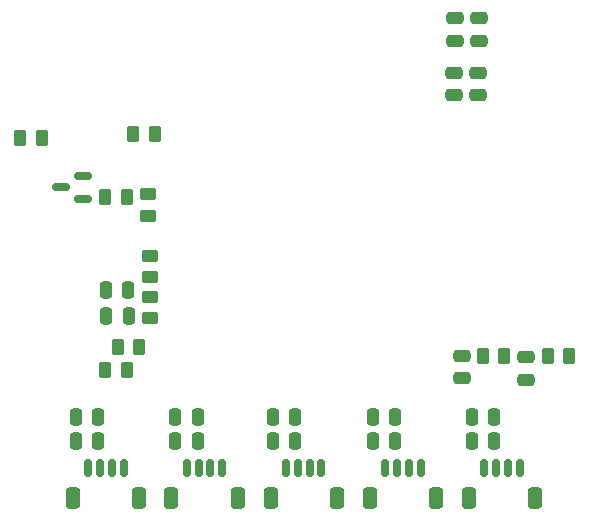
<source format=gbr>
%TF.GenerationSoftware,KiCad,Pcbnew,(6.0.9)*%
%TF.CreationDate,2022-11-23T22:08:25-07:00*%
%TF.ProjectId,AQM,41514d2e-6b69-4636-9164-5f7063625858,rev?*%
%TF.SameCoordinates,Original*%
%TF.FileFunction,Paste,Top*%
%TF.FilePolarity,Positive*%
%FSLAX46Y46*%
G04 Gerber Fmt 4.6, Leading zero omitted, Abs format (unit mm)*
G04 Created by KiCad (PCBNEW (6.0.9)) date 2022-11-23 22:08:25*
%MOMM*%
%LPD*%
G01*
G04 APERTURE LIST*
G04 Aperture macros list*
%AMRoundRect*
0 Rectangle with rounded corners*
0 $1 Rounding radius*
0 $2 $3 $4 $5 $6 $7 $8 $9 X,Y pos of 4 corners*
0 Add a 4 corners polygon primitive as box body*
4,1,4,$2,$3,$4,$5,$6,$7,$8,$9,$2,$3,0*
0 Add four circle primitives for the rounded corners*
1,1,$1+$1,$2,$3*
1,1,$1+$1,$4,$5*
1,1,$1+$1,$6,$7*
1,1,$1+$1,$8,$9*
0 Add four rect primitives between the rounded corners*
20,1,$1+$1,$2,$3,$4,$5,0*
20,1,$1+$1,$4,$5,$6,$7,0*
20,1,$1+$1,$6,$7,$8,$9,0*
20,1,$1+$1,$8,$9,$2,$3,0*%
G04 Aperture macros list end*
%ADD10RoundRect,0.250000X0.250000X0.475000X-0.250000X0.475000X-0.250000X-0.475000X0.250000X-0.475000X0*%
%ADD11RoundRect,0.250000X0.475000X-0.250000X0.475000X0.250000X-0.475000X0.250000X-0.475000X-0.250000X0*%
%ADD12RoundRect,0.250000X0.350000X0.650000X-0.350000X0.650000X-0.350000X-0.650000X0.350000X-0.650000X0*%
%ADD13RoundRect,0.150000X0.150000X0.625000X-0.150000X0.625000X-0.150000X-0.625000X0.150000X-0.625000X0*%
%ADD14RoundRect,0.250000X-0.262500X-0.450000X0.262500X-0.450000X0.262500X0.450000X-0.262500X0.450000X0*%
%ADD15RoundRect,0.250000X-0.475000X0.250000X-0.475000X-0.250000X0.475000X-0.250000X0.475000X0.250000X0*%
%ADD16RoundRect,0.250000X0.450000X-0.262500X0.450000X0.262500X-0.450000X0.262500X-0.450000X-0.262500X0*%
%ADD17RoundRect,0.250000X0.262500X0.450000X-0.262500X0.450000X-0.262500X-0.450000X0.262500X-0.450000X0*%
%ADD18RoundRect,0.150000X0.587500X0.150000X-0.587500X0.150000X-0.587500X-0.150000X0.587500X-0.150000X0*%
G04 APERTURE END LIST*
D10*
%TO.C,C17*%
X126941200Y-117252800D03*
X128841200Y-117252800D03*
%TD*%
%TO.C,C7*%
X157888600Y-125812600D03*
X159788600Y-125812600D03*
%TD*%
D11*
%TO.C,C1*%
X156425000Y-96625000D03*
X156425000Y-98525000D03*
%TD*%
D12*
%TO.C,J1*%
X157675000Y-132625000D03*
X163275000Y-132625000D03*
D13*
X158975000Y-130100000D03*
X159975000Y-130100000D03*
X160975000Y-130100000D03*
X161975000Y-130100000D03*
%TD*%
D12*
%TO.C,J5*%
X154875000Y-132625000D03*
X149275000Y-132625000D03*
D13*
X150575000Y-130100000D03*
X151575000Y-130100000D03*
X152575000Y-130100000D03*
X153575000Y-130100000D03*
%TD*%
D10*
%TO.C,C10*%
X141038200Y-127793800D03*
X142938200Y-127793800D03*
%TD*%
D14*
%TO.C,R4*%
X128676700Y-121799400D03*
X126851700Y-121799400D03*
%TD*%
D12*
%TO.C,J2*%
X146475000Y-132625000D03*
X140875000Y-132625000D03*
D13*
X142175000Y-130100000D03*
X143175000Y-130100000D03*
X144175000Y-130100000D03*
X145175000Y-130100000D03*
%TD*%
D15*
%TO.C,C6*%
X162500000Y-122600000D03*
X162500000Y-120700000D03*
%TD*%
D10*
%TO.C,C11*%
X124375800Y-127793800D03*
X126275800Y-127793800D03*
%TD*%
%TO.C,C18*%
X126925000Y-115025000D03*
X128825000Y-115025000D03*
%TD*%
D12*
%TO.C,J3*%
X129750000Y-132625000D03*
X124150000Y-132625000D03*
D13*
X125450000Y-130100000D03*
X126450000Y-130100000D03*
X127450000Y-130100000D03*
X128450000Y-130100000D03*
%TD*%
D16*
%TO.C,R6*%
X130455000Y-106932500D03*
X130455000Y-108757500D03*
%TD*%
D14*
%TO.C,R2*%
X160662500Y-120575000D03*
X158837500Y-120575000D03*
%TD*%
D10*
%TO.C,C14*%
X124375800Y-125812600D03*
X126275800Y-125812600D03*
%TD*%
D11*
%TO.C,C2*%
X158400000Y-96625000D03*
X158400000Y-98525000D03*
%TD*%
D10*
%TO.C,C12*%
X132808600Y-127793800D03*
X134708600Y-127793800D03*
%TD*%
D12*
%TO.C,J4*%
X138075000Y-132625000D03*
X132475000Y-132625000D03*
D13*
X133775000Y-130100000D03*
X134775000Y-130100000D03*
X135775000Y-130100000D03*
X136775000Y-130100000D03*
%TD*%
D16*
%TO.C,R10*%
X130675000Y-112112500D03*
X130675000Y-113937500D03*
%TD*%
D15*
%TO.C,C5*%
X157100000Y-122500000D03*
X157100000Y-120600000D03*
%TD*%
D16*
%TO.C,R9*%
X130634400Y-115578300D03*
X130634400Y-117403300D03*
%TD*%
D10*
%TO.C,C8*%
X141038200Y-125812600D03*
X142938200Y-125812600D03*
%TD*%
%TO.C,C9*%
X157903800Y-127793800D03*
X159803800Y-127793800D03*
%TD*%
D17*
%TO.C,R7*%
X126862500Y-107125000D03*
X128687500Y-107125000D03*
%TD*%
D10*
%TO.C,C13*%
X149521800Y-127793800D03*
X151421800Y-127793800D03*
%TD*%
D17*
%TO.C,R8*%
X119662500Y-102125000D03*
X121487500Y-102125000D03*
%TD*%
D10*
%TO.C,C15*%
X132808600Y-125812600D03*
X134708600Y-125812600D03*
%TD*%
D18*
%TO.C,Q1*%
X123137500Y-106325000D03*
X125012500Y-105375000D03*
X125012500Y-107275000D03*
%TD*%
D14*
%TO.C,R5*%
X129743500Y-119818200D03*
X127918500Y-119818200D03*
%TD*%
D17*
%TO.C,R1*%
X129225000Y-101825000D03*
X131050000Y-101825000D03*
%TD*%
D10*
%TO.C,C16*%
X149521800Y-125793800D03*
X151421800Y-125793800D03*
%TD*%
D15*
%TO.C,C3*%
X156525000Y-93900000D03*
X156525000Y-92000000D03*
%TD*%
D14*
%TO.C,R3*%
X166162500Y-120600000D03*
X164337500Y-120600000D03*
%TD*%
D15*
%TO.C,C4*%
X158525000Y-93905000D03*
X158525000Y-92005000D03*
%TD*%
M02*

</source>
